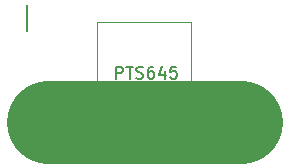
<source format=gto>
%TF.GenerationSoftware,KiCad,Pcbnew,4.0.5-e0-6337~49~ubuntu16.04.1*%
%TF.CreationDate,2017-01-31T10:23:04-08:00*%
%TF.ProjectId,2x3-6mm-Square-SMT-Pushbutton,3278332D366D6D2D5371756172652D53,1.0*%
%TF.FileFunction,Legend,Top*%
%FSLAX46Y46*%
G04 Gerber Fmt 4.6, Leading zero omitted, Abs format (unit mm)*
G04 Created by KiCad (PCBNEW 4.0.5-e0-6337~49~ubuntu16.04.1) date Tue Jan 31 10:23:04 2017*
%MOMM*%
%LPD*%
G01*
G04 APERTURE LIST*
%ADD10C,0.350000*%
%ADD11C,0.100000*%
%ADD12C,7.000000*%
%ADD13C,0.152400*%
%ADD14C,0.150000*%
G04 APERTURE END LIST*
D10*
D11*
X146570000Y-107410000D02*
X138570000Y-107410000D01*
X146570000Y-99410000D02*
X146570000Y-107410000D01*
X138570000Y-99410000D02*
X146570000Y-99410000D01*
X138570000Y-107410000D02*
X138570000Y-99410000D01*
D12*
X150770000Y-107810000D02*
X134470000Y-107810000D01*
D13*
X144670000Y-109910000D02*
X144670000Y-107660000D01*
X132670000Y-107660000D02*
X132670000Y-109910000D01*
X132670000Y-97910000D02*
X132670000Y-100160000D01*
D14*
X140222381Y-104162381D02*
X140222381Y-103162381D01*
X140603334Y-103162381D01*
X140698572Y-103210000D01*
X140746191Y-103257619D01*
X140793810Y-103352857D01*
X140793810Y-103495714D01*
X140746191Y-103590952D01*
X140698572Y-103638571D01*
X140603334Y-103686190D01*
X140222381Y-103686190D01*
X141079524Y-103162381D02*
X141650953Y-103162381D01*
X141365238Y-104162381D02*
X141365238Y-103162381D01*
X141936667Y-104114762D02*
X142079524Y-104162381D01*
X142317620Y-104162381D01*
X142412858Y-104114762D01*
X142460477Y-104067143D01*
X142508096Y-103971905D01*
X142508096Y-103876667D01*
X142460477Y-103781429D01*
X142412858Y-103733810D01*
X142317620Y-103686190D01*
X142127143Y-103638571D01*
X142031905Y-103590952D01*
X141984286Y-103543333D01*
X141936667Y-103448095D01*
X141936667Y-103352857D01*
X141984286Y-103257619D01*
X142031905Y-103210000D01*
X142127143Y-103162381D01*
X142365239Y-103162381D01*
X142508096Y-103210000D01*
X143365239Y-103162381D02*
X143174762Y-103162381D01*
X143079524Y-103210000D01*
X143031905Y-103257619D01*
X142936667Y-103400476D01*
X142889048Y-103590952D01*
X142889048Y-103971905D01*
X142936667Y-104067143D01*
X142984286Y-104114762D01*
X143079524Y-104162381D01*
X143270001Y-104162381D01*
X143365239Y-104114762D01*
X143412858Y-104067143D01*
X143460477Y-103971905D01*
X143460477Y-103733810D01*
X143412858Y-103638571D01*
X143365239Y-103590952D01*
X143270001Y-103543333D01*
X143079524Y-103543333D01*
X142984286Y-103590952D01*
X142936667Y-103638571D01*
X142889048Y-103733810D01*
X144317620Y-103495714D02*
X144317620Y-104162381D01*
X144079524Y-103114762D02*
X143841429Y-103829048D01*
X144460477Y-103829048D01*
X145317620Y-103162381D02*
X144841429Y-103162381D01*
X144793810Y-103638571D01*
X144841429Y-103590952D01*
X144936667Y-103543333D01*
X145174763Y-103543333D01*
X145270001Y-103590952D01*
X145317620Y-103638571D01*
X145365239Y-103733810D01*
X145365239Y-103971905D01*
X145317620Y-104067143D01*
X145270001Y-104114762D01*
X145174763Y-104162381D01*
X144936667Y-104162381D01*
X144841429Y-104114762D01*
X144793810Y-104067143D01*
M02*

</source>
